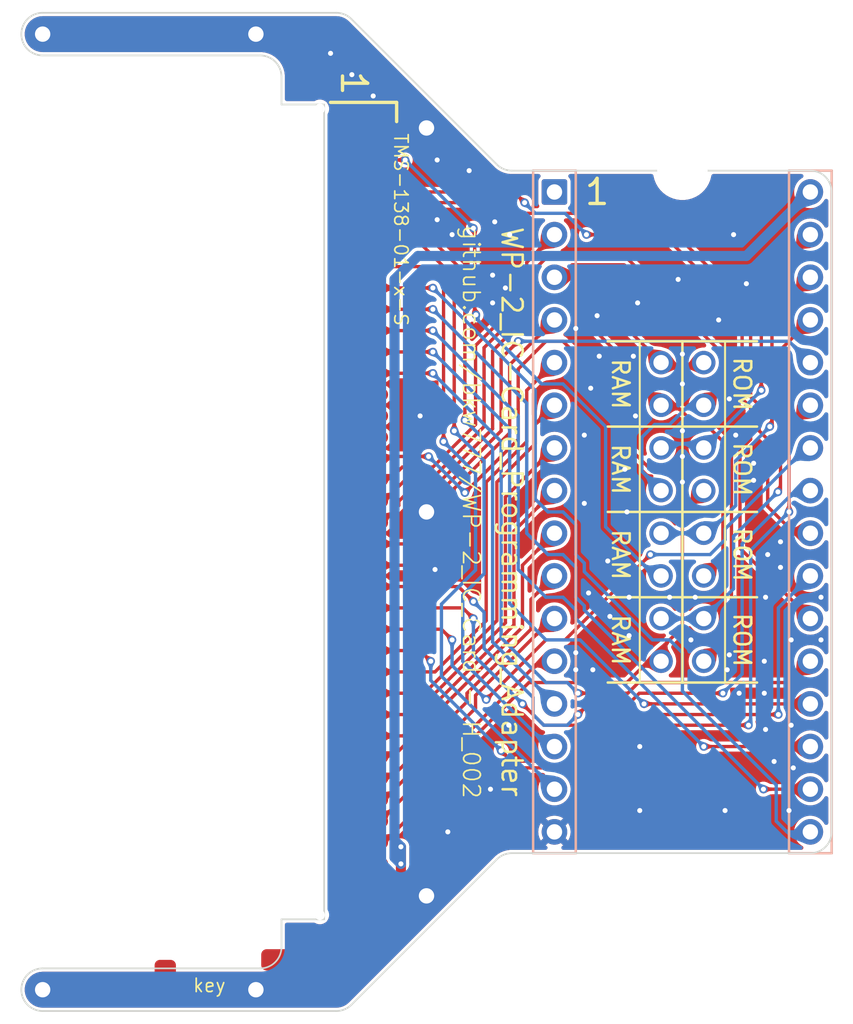
<source format=kicad_pcb>
(kicad_pcb (version 20240108) (generator "pcbnew") (generator_version "8.0")
  (title_block (title "WP-2_IC-Card_Programming_Adapter") (date "2025-05-10") (rev "H_002") (company "Brian K. White - b.kenyon.w@gmail.com") (comment 1 "github.com/bkw777/WP-2_IC_Card"))
  (layers (0 "F.Cu" signal) (31 "B.Cu" signal) (34 "B.Paste" user) (35 "F.Paste" user) (36 "B.SilkS" user "B.Silkscreen") (37 "F.SilkS" user "F.Silkscreen") (38 "B.Mask" user) (39 "F.Mask" user) (44 "Edge.Cuts" user))
  (net 0 "")
  (net 1 "GND")
  (net 2 "/~{OE}")
  (net 3 "/D0")
  (net 4 "/D1")
  (net 5 "/D2")
  (net 6 "/D3")
  (net 7 "/D4")
  (net 8 "/D5")
  (net 9 "/D6")
  (net 10 "/D7")
  (net 11 "/A17")
  (net 12 "/A16")
  (net 13 "/A15")
  (net 14 "/A14")
  (net 15 "/A13")
  (net 16 "/A12")
  (net 17 "/A11")
  (net 18 "/A10")
  (net 19 "/A9")
  (net 20 "/A8")
  (net 21 "/A7")
  (net 22 "/A6")
  (net 23 "/A5")
  (net 24 "/A4")
  (net 25 "/A3")
  (net 26 "/A2")
  (net 27 "/A1")
  (net 28 "/A0")
  (net 29 "/R~{W}")
  (net 30 "/~{CE1}")
  (net 31 "/CE2")
  (net 32 "VCC")
  (net 33 "/A15_A14")
  (net 34 "/A14_~{WE}")
  (net 35 "/A17_CE2")
  (net 36 "/~{WE}_A15")
  (net 37 "/S3")
  (net 38 "/S1")
  (net 39 "/BCHK")
  (net 40 "/~{DET}")
  (net 41 "/T2")
  (net 42 "/S2")
  (footprint "000_LOCAL:2x16x600" (layer "F.Cu") (at 139.686 99.695)
    (property "Reference" "J2" (hide yes))
    (property "Value" "SST39SF020_DIP")
  )
  (footprint "000_LOCAL:2x8_jumper_block" (layer "F.Cu") (at 138.416 90.805)
    (property "Reference" "J3" (hide yes))
    (property "Value" "Conn_02x08_Odd_Even")
  )
  (footprint "000_LOCAL:npth_0.6mm" (layer "F.Cu") (at 118.096 75.692)
    (property "Reference" "REF**" (hide yes))
    (property "Value" "npth_0.6mm" (hide yes))
  )
  (footprint "000_LOCAL:TMS-138-01-x-x_pcb_edge" (layer "F.Cu") (at 118.35 99.695)
    (property "Reference" "J1" (hide yes))
    (property "Value" "TMS-138-01-x-S")
  )
  (footprint "000_LOCAL:pth_36mil" (layer "F.Cu") (at 114.286 128.143)
    (property "Reference" "REF**" (hide yes))
    (property "Value" "pth_36mil" (hide yes))
  )
  (footprint "000_LOCAL:WP-2_IC-Card_programming_adapter_horizontal_housing" (layer "F.Cu") (at 114.286 99.695)
    (property "Reference" "REF**" (hide yes))
    (property "Value" "WP-2_IC_Card_programming_adapter_horizontal_housing")
  )
  (footprint "000_LOCAL:npth_0.6mm" (layer "F.Cu") (at 118.096 123.698 -90)
    (property "Reference" "REF**" (hide yes))
    (property "Value" "npth_0.6mm" (hide yes))
  )
  (footprint "000_LOCAL:pth_36mil" (layer "F.Cu") (at 114.286 71.247)
    (property "Reference" "REF**" (hide yes))
    (property "Value" "pth_36mil" (hide yes))
  )
  (footprint "000_LOCAL:pth_36mil" (layer "F.Cu") (at 124.446 122.555)
    (property "Reference" "REF**" (hide yes))
    (property "Value" "pth_36mil" (hide yes))
  )
  (footprint "000_LOCAL:polarity_key" (layer "F.Cu") (at 108.8885 127.635)
    (property "Reference" "key")
    (property "Value" "polarity_key")
  )
  (footprint "000_LOCAL:pth_36mil" (layer "F.Cu") (at 101.586 128.143)
    (property "Reference" "REF**" (hide yes))
    (property "Value" "pth_36mil" (hide yes))
  )
  (footprint "000_LOCAL:pth_36mil" (layer "F.Cu") (at 101.586 71.247)
    (property "Reference" "REF**" (hide yes))
    (property "Value" "pth_36mil" (hide yes))
  )
  (footprint "000_LOCAL:npth_3mm" (layer "F.Cu") (at 139.686 79.375)
    (property "Reference" "REF**" (hide yes))
    (property "Value" "npth_3mm" (hide yes))
  )
  (footprint "000_LOCAL:pth_36mil" (layer "F.Cu") (at 124.446 99.695)
    (property "Reference" "REF**" (hide yes))
    (property "Value" "pth_36mil" (hide yes))
  )
  (footprint "000_LOCAL:pth_36mil" (layer "F.Cu") (at 124.446 76.835)
    (property "Reference" "REF**" (hide yes))
    (property "Value" "pth_36mil" (hide yes))
  )
  (gr_line (start 130.796 79.375) (end 133.336 79.375) (stroke (width 0.15)) (layer "B.SilkS"))
  (gr_line (start 146.036 79.375) (end 148.576 79.375) (stroke (width 0.15)) (layer "B.SilkS"))
  (gr_line (start 148.576 79.375) (end 148.576 120.015) (stroke (width 0.15)) (layer "B.SilkS"))
  (gr_line (start 130.796 120.015001) (end 130.796 79.375001) (stroke (width 0.15)) (layer "B.SilkS"))
  (gr_line (start 133.336 79.375) (end 133.336 120.015) (stroke (width 0.15)) (layer "B.SilkS"))
  (gr_line (start 146.036 120.015) (end 146.036 79.375) (stroke (width 0.15)) (layer "B.SilkS"))
  (gr_line (start 133.336 120.015) (end 130.796 120.015) (stroke (width 0.15)) (layer "B.SilkS"))
  (gr_line (start 148.576 120.015) (end 146.036 120.015) (stroke (width 0.15)) (layer "B.SilkS"))
  (gr_line (start 144.131 109.855) (end 135.241 109.855) (stroke (width 0.15)) (layer "F.SilkS"))
  (gr_line (start 144.131 104.775) (end 135.241 104.775) (stroke (width 0.15)) (layer "F.SilkS"))
  (gr_line (start 144.131 99.695) (end 135.241 99.695) (stroke (width 0.15)) (layer "F.SilkS"))
  (gr_line (start 144.131 94.615) (end 135.241 94.615) (stroke (width 0.15)) (layer "F.SilkS"))
  (gr_line (start 144.131 89.535) (end 135.241 89.535) (stroke (width 0.15)) (layer "F.SilkS"))
  (gr_line (start 139.686 89.535) (end 139.686 109.855) (stroke (width 0.15)) (layer "F.SilkS"))
  (gr_line (start 129.526 79.375001) (end 147.306 79.375001) (stroke (width 0.1)) (layer "Edge.Cuts"))
  (gr_arc (start 114.54 72.516999) (mid 115.438026 72.888974) (end 115.810001 73.787) (stroke (width 0.1)) (layer "Edge.Cuts"))
  (gr_arc (start 101.586 72.517) (mid 100.316 71.247) (end 101.586 69.977) (stroke (width 0.1)) (layer "Edge.Cuts"))
  (gr_line (start 114.54 126.873) (end 101.586 126.873) (stroke (width 0.1)) (layer "Edge.Cuts"))
  (gr_arc (start 147.306 79.374999) (mid 148.204026 79.746974) (end 148.576001 80.645) (stroke (width 0.1)) (layer "Edge.Cuts"))
  (gr_line (start 148.576001 118.745) (end 148.576001 80.645) (stroke (width 0.1)) (layer "Edge.Cuts"))
  (gr_line (start 115.81 125.603) (end 115.81 123.952) (stroke (width 0.1)) (layer "Edge.Cuts"))
  (gr_line (start 119.0759 69.977) (end 101.586 69.977) (stroke (width 0.1)) (layer "Edge.Cuts"))
  (gr_line (start 114.54 72.517) (end 101.586 72.517) (stroke (width 0.1)) (layer "Edge.Cuts"))
  (gr_line (start 119.0759 129.412997) (end 101.586 129.412997) (stroke (width 0.1)) (layer "Edge.Cuts"))
  (gr_arc (start 119.0759 69.977) (mid 119.561908 70.073673) (end 119.973926 70.348975) (stroke (width 0.1)) (layer "Edge.Cuts"))
  (gr_line (start 128.627974 79.003023) (end 119.973926 70.348975) (stroke (width 0.1)) (layer "Edge.Cuts"))
  (gr_line (start 118.35 123.952) (end 118.35 75.438) (stroke (width 0.1)) (layer "Edge.Cuts"))
  (gr_line (start 129.526 120.014999) (end 147.306 120.014999) (stroke (width 0.1)) (layer "Edge.Cuts"))
  (gr_arc (start 148.576001 118.745) (mid 148.204026 119.643026) (end 147.306 120.015001) (stroke (width 0.1)) (layer "Edge.Cuts"))
  (gr_arc (start 128.627974 120.386974) (mid 129.039992 120.111672) (end 129.526 120.014999) (stroke (width 0.1)) (layer "Edge.Cuts"))
  (gr_line (start 128.627974 120.386974) (end 119.973926 129.041022) (stroke (width 0.1)) (layer "Edge.Cuts"))
  (gr_arc (start 119.973926 129.041022) (mid 119.561908 129.316324) (end 119.0759 129.412997) (stroke (width 0.1)) (layer "Edge.Cuts"))
  (gr_arc (start 115.81 125.603) (mid 115.438026 126.501026) (end 114.54 126.873) (stroke (width 0.1)) (layer "Edge.Cuts"))
  (gr_arc (start 101.586 129.413) (mid 100.316 128.143) (end 101.586 126.873) (stroke (width 0.1)) (layer "Edge.Cuts"))
  (gr_line (start 115.81 123.952) (end 118.35 123.952) (stroke (width 0.1)) (layer "Edge.Cuts"))
  (gr_line (start 118.35 75.438) (end 115.81 75.438) (stroke (width 0.1)) (layer "Edge.Cuts"))
  (gr_line (start 115.81 75.438) (end 115.81 73.787) (stroke (width 0.1)) (layer "Edge.Cuts"))
  (gr_arc (start 129.526 79.374998) (mid 129.039992 79.278325) (end 128.627974 79.003023) (stroke (width 0.1)) (layer "Edge.Cuts"))
  (gr_text "${TITLE}" (at 129.526 99.695 270) (layer "F.SilkS") (effects (font (size 1.2 1.2))))
  (gr_text "RAM" (at 136.003 107.315 -90) (layer "F.SilkS") (effects (font (size 1 1))))
  (gr_text "RAM" (at 136.003 102.235 -90) (layer "F.SilkS") (effects (font (size 1 1))))
  (gr_text "RAM" (at 136.003 97.155 -90) (layer "F.SilkS") (effects (font (size 1 1))))
  (gr_text "RAM" (at 136.003 92.075 -90) (layer "F.SilkS") (effects (font (size 1 1))))
  (gr_text "ROM" (at 143.242 107.315 -90) (layer "F.SilkS") (effects (font (size 1 1))))
  (gr_text "ROM" (at 143.242 102.235 -90) (layer "F.SilkS") (effects (font (size 1 1))))
  (gr_text "1" (at 134.606 80.645 0) (layer "F.SilkS") (effects (font (size 1.5 1.5) (thickness 0.2))))
  (gr_text "1" (at 120.128 74.168 -90) (layer "F.SilkS") (effects (font (size 1.5 1.5) (thickness 0.2))))
  (gr_text "${COMMENT1} - ${REVISION}" (at 127.113 99.695 -90) (layer "F.SilkS") (effects (font (size 1 1) (thickness 0.1))))
  (gr_text "ROM" (at 143.242 97.155 -90) (layer "F.SilkS") (effects (font (size 1 1))))
  (gr_text "ROM" (at 143.242 92.075 -90) (layer "F.SilkS") (effects (font (size 1 1))))
  (via (at 143.0642 110.49) (size 0.5) (drill 0.3) (layers "F.Cu" "B.Cu") (net 1))
  (via (at 146.29 114.935) (size 0.5) (drill 0.3) (layers "F.Cu" "B.Cu") (net 1))
  (via (at 136.257 97.155) (size 0.5) (drill 0.3) (layers "F.Cu" "B.Cu") (net 1))
  (via (at 145.147 114.554) (size 0.5) (drill 0.3) (layers "F.Cu" "B.Cu") (net 1))
  (via (at 144.639 112.649) (size 0.5) (drill 0.3) (layers "F.Cu" "B.Cu") (net 1))
  (via (at 118.731 72.39) (size 0.5) (drill 0.3) (layers "F.Cu" "B.Cu") (net 1))
  (via (at 129.399 83.185) (size 0.5) (drill 0.3) (layers "F.Cu" "B.Cu") (net 1))
  (via (at 129.3482 112.395) (size 0.5) (drill 0.3) (layers "F.Cu" "B.Cu") (net 1))
  (via (at 139.686 94.869) (size 0.5) (drill 0.3) (layers "F.Cu" "B.Cu") (net 1))
  (via (at 146.163 112.395) (size 0.5) (drill 0.3) (layers "F.Cu" "B.Cu") (net 1))
  (via (at 144.5628 110.49) (size 0.5) (drill 0.3) (layers "F.Cu" "B.Cu") (net 1))
  (via (at 138.924 104.775) (size 0.5) (drill 0.3) (layers "F.Cu" "B.Cu") (net 1))
  (via (at 139.686 90.297) (size 0.5) (drill 0.3) (layers "F.Cu" "B.Cu") (net 1))
  (via (at 120.001 73.66) (size 0.5) (drill 0.3) (layers "F.Cu" "B.Cu") (net 1))
  (via (at 134.606 88.011) (size 0.5) (drill 0.3) (layers "F.Cu" "B.Cu") (net 1))
  (via (at 142.734 83.185) (size 0.5) (drill 0.3) (layers "F.Cu" "B.Cu") (net 1))
  (via (at 146.163 107.315) (size 0.5) (drill 0.3) (layers "F.Cu" "B.Cu") (net 1))
  (via (at 134.733 90.424) (size 0.5) (drill 0.3) (layers "F.Cu" "B.Cu") (net 1))
  (via (at 133.844 99.187) (size 0.5) (drill 0.3) (layers "F.Cu" "B.Cu") (net 1))
  (via (at 137.146 117.475) (size 0.5) (drill 0.3) (layers "F.Cu" "B.Cu") (net 1))
  (via (at 129.145 86.36) (size 0.5) (drill 0.3) (layers "F.Cu" "B.Cu") (net 1))
  (via (at 144.766 102.235) (size 0.5) (drill 0.3) (layers "F.Cu" "B.Cu") (net 1))
  (via (at 136.892 93.98) (size 0.5) (drill 0.3) (layers "F.Cu" "B.Cu") (net 1))
  (via (at 143.9278 96.7994) (size 0.5) (drill 0.3) (layers "F.Cu" "B.Cu") (net 1))
  (via (at 136.384 99.695) (size 0.5) (drill 0.3) (layers "F.Cu" "B.Cu") (net 1))
  (via (at 135.241 102.616) (size 0.5) (drill 0.3) (layers "F.Cu" "B.Cu") (net 1))
  (via (at 142.861 95.123) (size 0.5) (drill 0.3) (layers "F.Cu" "B.Cu") (net 1))
  (via (at 135.368 105.918) (size 0.5) (drill 0.3) (layers "F.Cu" "B.Cu") (net 1))
  (via (at 133.336 108.077) (size 0.5) (drill 0.3) (layers "F.Cu" "B.Cu") (net 1))
  (via (at 121.271 74.93) (size 0.5) (drill 0.3) (layers "F.Cu" "B.Cu") (net 1))
  (via (at 145.528 102.997) (size 0.5) (drill 0.3) (layers "F.Cu" "B.Cu") (net 1))
  (via (at 147.941 104.775) (size 0.5) (drill 0.3) (layers "F.Cu" "B.Cu") (net 1))
  (via (at 137.019 87.249) (size 0.5) (drill 0.3) (layers "F.Cu" "B.Cu") (net 1))
  (via (at 142.48 92.964) (size 0.5) (drill 0.3) (layers "F.Cu" "B.Cu") (net 1))
  (via (at 128.51 82.423) (size 0.5) (drill 0.3) (layers "F.Cu" "B.Cu") (net 1))
  (via (at 140.448 104.775) (size 0.5) (drill 0.3) (layers "F.Cu" "B.Cu") (net 1))
  (via (at 139.686 97.917) (size 0.5) (drill 0.3) (layers "F.Cu" "B.Cu") (net 1))
  (via (at 143.9278 97.8154) (size 0.5) (drill 0.3) (layers "F.Cu" "B.Cu") (net 1))
  (via (at 134.225 92.329) (size 0.5) (drill 0.3) (layers "F.Cu" "B.Cu") (net 1))
  (via (at 142.48 108.204) (size 0.5) (drill 0.3) (layers "F.Cu" "B.Cu") (net 1))
  (via (at 125.716 118.745) (size 0.5) (drill 0.3) (layers "F.Cu" "B.Cu") (net 1))
  (via (at 125.081 82.296) (size 0.5) (drill 0.3) (layers "F.Cu" "B.Cu") (net 1))
  (via (at 145.528 101.473) (size 0.5) (drill 0.3) (layers "F.Cu" "B.Cu") (net 1))
  (via (at 125.081 78.74) (size 0.5) (drill 0.3) (layers "F.Cu" "B.Cu") (net 1))
  (via (at 136.511 107.061) (size 0.5) (drill 0.3) (layers "F.Cu" "B.Cu") (net 1))
  (via (at 128.383 87.249) (size 0.5) (drill 0.3) (layers "F.Cu" "B.Cu") (net 1))
  (via (at 144.639 104.775) (size 0.5) (drill 0.3) (layers "F.Cu" "B.Cu") (net 1))
  (via (at 139.686 92.075) (size 0.5) (drill 0.3) (layers "F.Cu" "B.Cu") (net 1))
  (via (at 124.065 93.98) (size 0.5) (drill 0.3) (layers "F.Cu" "B.Cu") (net 1))
  (via (at 133.336 88.773) (size 0.5) (drill 0.3) (layers "F.Cu" "B.Cu") (net 1))
  (via (at 144.5628 108.585) (size 0.5) (drill 0.3) (layers "F.Cu" "B.Cu") (net 1))
  (via (at 128.383 85.598) (size 0.5) (drill 0.3) (layers "F.Cu" "B.Cu") (net 1))
  (via (at 141.845 88.265) (size 0.5) (drill 0.3) (layers "F.Cu" "B.Cu") (net 1))
  (via (at 142.226 117.475) (size 0.5) (drill 0.3) (layers "F.Cu" "B.Cu") (net 1))
  (via (at 128.256 116.205) (size 0.5) (drill 0.3) (layers "F.Cu" "B.Cu") (net 1))
  (via (at 139.686 96.393) (size 0.5) (drill 0.3) (layers "F.Cu" "B.Cu") (net 1))
  (via (at 139.432 85.852) (size 0.5) (drill 0.3) (layers "F.Cu" "B.Cu") (net 1))
  (via (at 126.986 79.375) (size 0.5) (drill 0.3) (layers "F.Cu" "B.Cu") (net 1))
  (via (at 137.146 113.665) (size 0.5) (drill 0.3) (layers "F.Cu" "B.Cu") (net 1))
  (via (at 147.941 107.315) (size 0.5) (drill 0.3) (layers "F.Cu" "B.Cu") (net 1))
  (via (at 133.844 95.123) (size 0.5) (drill 0.3) (layers "F.Cu" "B.Cu") (net 1))
  (via (at 142.353 109.093) (size 0.5) (drill 0.3) (layers "F.Cu" "B.Cu") (net 1))
  (via (at 134.098 104.521) (size 0.5) (drill 0.3) (layers "F.Cu" "B.Cu") (net 1))
  (via (at 124.954 103.124) (size 0.5) (drill 0.3) (layers "F.Cu" "B.Cu") (net 1))
  (via (at 136.511 104.775) (size 0.5) (drill 0.3) (layers "F.Cu" "B.Cu") (net 1))
  (via (at 133.336 109.093) (size 0.5) (drill 0.3) (layers "F.Cu" "B.Cu") (net 1))
  (via (at 140.194 107.315) (size 0.5) (drill 0.3) (layers "F.Cu" "B.Cu") (net 1))
  (via (at 134.352 109.093) (size 0.5) (drill 0.3) (layers "F.Cu" "B.Cu") (net 1))
  (via (at 146.036 117.475) (size 0.5) (drill 0.3) (layers "F.Cu" "B.Cu") (net 1))
  (via (at 143.496 86.106) (size 0.5) (drill 0.3) (layers "F.Cu" "B.Cu") (net 1))
  (via (at 125.97 83.185) (size 0.5) (drill 0.3) (layers "F.Cu" "B.Cu") (net 1))
  (via (at 136.765 90.424) (size 0.5) (drill 0.3) (layers "F.Cu" "B.Cu") (net 1))
  (segment (start 120.382 81.28) (end 129.399 81.28) (width 0.2) (layer "F.Cu") (net 2))
  (segment (start 138.035 81.915) (end 143.75 87.63) (width 0.2) (layer "F.Cu") (net 2))
  (segment (start 144.258 94.869) (end 144.766 95.377) (width 0.2) (layer "F.Cu") (net 2))
  (segment (start 143.75 87.63) (end 143.75 92.837) (width 0.2) (layer "F.Cu") (net 2))
  (segment (start 144.766 99.3775) (end 146.3535 100.965) (width 0.2) (layer "F.Cu") (net 2))
  (segment (start 130.034 81.915) (end 138.035 81.915) (width 0.2) (layer "F.Cu") (net 2))
  (segment (start 144.258 93.345) (end 144.258 94.869) (width 0.2) (layer "F.Cu") (net 2))
  (segment (start 129.399 81.28) (end 130.034 81.915) (width 0.2) (layer "F.Cu") (net 2))
  (segment (start 146.3535 100.965) (end 147.306 100.965) (width 0.2) (layer "F.Cu") (net 2))
  (segment (start 144.766 95.377) (end 144.766 99.3775) (width 0.2) (layer "F.Cu") (net 2))
  (segment (start 143.75 92.837) (end 144.258 93.345) (width 0.2) (layer "F.Cu") (net 2))
  (segment (start 126.732 85.471) (end 123.811 82.55) (width 0.2) (layer "F.Cu") (net 3))
  (segment (start 123.811 82.55) (end 120.382 82.55) (width 0.2) (layer "F.Cu") (net 3))
  (segment (start 126.732 94.234) (end 126.732 85.471) (width 0.2) (layer "F.Cu") (net 3))
  (via (at 126.732 94.234) (size 0.5) (drill 0.3) (layers "F.Cu" "B.Cu") (net 3))
  (segment (start 128.383 95.885) (end 128.383 107.442) (width 0.2) (layer "B.Cu") (net 3))
  (segment (start 128.383 107.442) (end 132.066 111.125) (width 0.2) (layer "B.Cu") (net 3))
  (segment (start 126.732 94.234) (end 128.383 95.885) (width 0.2) (layer "B.Cu") (net 3))
  (segment (start 126.097 94.869) (end 126.097 85.725) (width 0.2) (layer "F.Cu") (net 4))
  (segment (start 124.192 83.82) (end 120.382 83.82) (width 0.2) (layer "F.Cu") (net 4))
  (segment (start 126.097 85.725) (end 124.192 83.82) (width 0.2) (layer "F.Cu") (net 4))
  (via (at 126.097 94.869) (size 0.5) (drill 0.3) (layers "F.Cu" "B.Cu") (net 4))
  (segment (start 126.605 104.648) (end 126.605 108.585) (width 0.2) (layer "B.Cu") (net 4))
  (segment (start 126.605 108.585) (end 131.685 113.665) (width 0.2) (layer "B.Cu") (net 4))
  (segment (start 126.097 94.869) (end 127.875 96.647) (width 0.2) (layer "B.Cu") (net 4))
  (segment (start 131.685 113.665) (end 132.066 113.665) (width 0.2) (layer "B.Cu") (net 4))
  (segment (start 127.875 103.378) (end 126.605 104.648) (width 0.2) (layer "B.Cu") (net 4))
  (segment (start 127.875 96.647) (end 127.875 103.378) (width 0.2) (layer "B.Cu") (net 4))
  (segment (start 125.462 95.504) (end 125.462 85.979) (width 0.2) (layer "F.Cu") (net 5))
  (segment (start 125.462 85.979) (end 124.573 85.09) (width 0.2) (layer "F.Cu") (net 5))
  (segment (start 124.573 85.09) (end 120.382 85.09) (width 0.2) (layer "F.Cu") (net 5))
  (via (at 125.462 95.504) (size 0.5) (drill 0.3) (layers "F.Cu" "B.Cu") (net 5))
  (segment (start 127.367 103.15575) (end 125.335 105.18775) (width 0.2) (layer "B.Cu") (net 5))
  (segment (start 125.335 109.474) (end 132.066 116.205) (width 0.2) (layer "B.Cu") (net 5))
  (segment (start 125.335 105.18775) (end 125.335 109.474) (width 0.2) (layer "B.Cu") (net 5))
  (segment (start 127.367 97.409) (end 127.367 103.15575) (width 0.2) (layer "B.Cu") (net 5))
  (segment (start 125.462 95.504) (end 127.367 97.409) (width 0.2) (layer "B.Cu") (net 5))
  (segment (start 120.382 86.36) (end 124.827 86.36) (width 0.2) (layer "F.Cu") (net 6))
  (via (at 124.827 86.36) (size 0.5) (drill 0.3) (layers "F.Cu" "B.Cu") (net 6))
  (segment (start 133.336 100.457) (end 133.336 102.235) (width 0.2) (layer "B.Cu") (net 6))
  (segment (start 145.274 118.11) (end 145.909 118.745) (width 0.2) (layer "B.Cu") (net 6))
  (segment (start 132.574 99.695) (end 133.336 100.457) (width 0.2) (layer "B.Cu") (net 6))
  (segment (start 130.923 92.456) (end 130.923 98.933) (width 0.2) (layer "B.Cu") (net 6))
  (segment (start 139.686 110.363) (end 145.274 115.951) (width 0.2) (layer "B.Cu") (net 6))
  (segment (start 124.827 86.36) (end 130.923 92.456) (width 0.2) (layer "B.Cu") (net 6))
  (segment (start 130.923 98.933) (end 131.685 99.695) (width 0.2) (layer "B.Cu") (net 6))
  (segment (start 133.336 102.235) (end 133.844 102.743) (width 0.2) (layer "B.Cu") (net 6))
  (segment (start 137.908 107.315) (end 138.924 107.315) (width 0.2) (layer "B.Cu") (net 6))
  (segment (start 145.274 115.951) (end 145.274 118.11) (width 0.2) (layer "B.Cu") (net 6))
  (segment (start 133.844 102.743) (end 133.844 103.251) (width 0.2) (layer "B.Cu") (net 6))
  (segment (start 138.924 107.315) (end 139.686 108.077) (width 0.2) (layer "B.Cu") (net 6))
  (segment (start 131.685 99.695) (end 132.574 99.695) (width 0.2) (layer "B.Cu") (net 6))
  (segment (start 139.686 108.077) (end 139.686 110.363) (width 0.2) (layer "B.Cu") (net 6))
  (segment (start 145.909 118.745) (end 147.306 118.745) (width 0.2) (layer "B.Cu") (net 6))
  (segment (start 133.844 103.251) (end 137.908 107.315) (width 0.2) (layer "B.Cu") (net 6))
  (segment (start 147.306 116.205) (end 144.512 116.205) (width 0.2) (layer "F.Cu") (net 7))
  (segment (start 120.382 87.63) (end 124.827 87.63) (width 0.2) (layer "F.Cu") (net 7))
  (via (at 144.512 116.205) (size 0.5) (drill 0.3) (layers "F.Cu" "B.Cu") (net 7))
  (via (at 124.827 87.63) (size 0.5) (drill 0.3) (layers "F.Cu" "B.Cu") (net 7))
  (segment (start 131.685 102.235) (end 132.574 102.235) (width 0.2) (layer "B.Cu") (net 7))
  (segment (start 133.336 104.775) (end 133.844 105.283) (width 0.2) (layer "B.Cu") (net 7))
  (segment (start 133.844 105.537) (end 144.512 116.205) (width 0.2) (layer "B.Cu") (net 7))
  (segment (start 132.574 102.235) (end 133.336 102.997) (width 0.2) (layer "B.Cu") (net 7))
  (segment (start 133.844 105.283) (end 133.844 105.537) (width 0.2) (layer "B.Cu") (net 7))
  (segment (start 130.415 93.218) (end 130.415 100.965) (width 0.2) (layer "B.Cu") (net 7))
  (segment (start 133.336 102.997) (end 133.336 104.775) (width 0.2) (layer "B.Cu") (net 7))
  (segment (start 130.415 100.965) (end 131.685 102.235) (width 0.2) (layer "B.Cu") (net 7))
  (segment (start 124.827 87.63) (end 130.415 93.218) (width 0.2) (layer "B.Cu") (net 7))
  (segment (start 147.306 113.665) (end 140.956 113.665) (width 0.2) (layer "F.Cu") (net 8))
  (segment (start 120.382 88.9) (end 124.827 88.9) (width 0.2) (layer "F.Cu") (net 8))
  (via (at 124.827 88.9) (size 0.5) (drill 0.3) (layers "F.Cu" "B.Cu") (net 8))
  (via (at 140.956 113.665) (size 0.5) (drill 0.3) (layers "F.Cu" "B.Cu") (net 8))
  (segment (start 131.558 104.775) (end 132.574 104.775) (width 0.2) (layer "B.Cu") (net 8))
  (segment (start 129.907 103.124) (end 131.558 104.775) (width 0.2) (layer "B.Cu") (net 8))
  (segment (start 129.907 93.98) (end 129.907 103.124) (width 0.2) (layer "B.Cu") (net 8))
  (segment (start 133.336 105.537) (end 133.336 106.045) (width 0.2) (layer "B.Cu") (net 8))
  (segment (start 124.827 88.9) (end 129.907 93.98) (width 0.2) (layer "B.Cu") (net 8))
  (segment (start 133.336 106.045) (end 140.956 113.665) (width 0.2) (layer "B.Cu") (net 8))
  (segment (start 132.574 104.775) (end 133.336 105.537) (width 0.2) (layer "B.Cu") (net 8))
  (segment (start 120.382 90.17) (end 124.827 90.17) (width 0.2) (layer "F.Cu") (net 9))
  (segment (start 137.4 111.125) (end 147.306 111.125) (width 0.2) (layer "F.Cu") (net 9))
  (via (at 137.4 111.125) (size 0.5) (drill 0.3) (layers "F.Cu" "B.Cu") (net 9))
  (via (at 124.827 90.17) (size 0.5) (drill 0.3) (layers "F.Cu" "B.Cu") (net 9))
  (segment (start 124.827 90.17) (end 129.399 94.742) (width 0.2) (layer "B.Cu") (net 9))
  (segment (start 129.399 105.156) (end 131.558 107.315) (width 0.2) (layer "B.Cu") (net 9))
  (segment (start 129.399 94.742) (end 129.399 105.156) (width 0.2) (layer "B.Cu") (net 9))
  (segment (start 131.558 107.315) (end 133.59 107.315) (width 0.2) (layer "B.Cu") (net 9))
  (segment (start 133.59 107.315) (end 137.4 111.125) (width 0.2) (layer "B.Cu") (net 9))
  (segment (start 136.4348 110.49) (end 137.0698 109.855) (width 0.2) (layer "F.Cu") (net 10))
  (segment (start 120.382 91.44) (end 124.827 91.44) (width 0.2) (layer "F.Cu") (net 10))
  (segment (start 137.0698 109.855) (end 146.036 109.855) (width 0.2) (layer "F.Cu") (net 10))
  (segment (start 146.036 109.855) (end 147.306 108.585) (width 0.2) (layer "F.Cu") (net 10))
  (segment (start 133.463 110.49) (end 136.4348 110.49) (width 0.2) (layer "F.Cu") (net 10))
  (via (at 124.827 91.44) (size 0.5) (drill 0.3) (layers "F.Cu" "B.Cu") (net 10))
  (via (at 133.463 110.49) (size 0.5) (drill 0.3) (layers "F.Cu" "B.Cu") (net 10))
  (segment (start 131.558 109.855) (end 128.891 107.188) (width 0.2) (layer "B.Cu") (net 10))
  (segment (start 128.891 107.188) (end 128.891 95.504) (width 0.2) (layer "B.Cu") (net 10))
  (segment (start 128.891 95.504) (end 124.827 91.44) (width 0.2) (layer "B.Cu") (net 10))
  (segment (start 133.463 110.49) (end 132.828 109.855) (width 0.2) (layer "B.Cu") (net 10))
  (segment (start 132.828 109.855) (end 131.558 109.855) (width 0.2) (layer "B.Cu") (net 10))
  (segment (start 120.509 96.393) (end 120.382 96.52) (width 0.2) (layer "F.Cu") (net 11))
  (segment (start 137.781 97.155) (end 141.21 97.155) (width 0.2) (layer "F.Cu") (net 11))
  (segment (start 142.099 102.362) (end 140.956 103.505) (width 0.2) (layer "F.Cu") (net 11))
  (segment (start 135.876 95.25) (end 137.781 97.155) (width 0.2) (layer "F.Cu") (net 11))
  (segment (start 129.907 95.377) (end 129.907 91.186) (width 0.2) (layer "F.Cu") (net 11))
  (segment (start 124.573 96.393) (end 120.509 96.393) (width 0.2) (layer "F.Cu") (net 11))
  (segment (start 142.099 98.044) (end 142.099 102.362) (width 0.2) (layer "F.Cu") (net 11))
  (segment (start 135.876 92.837) (end 135.876 95.25) (width 0.2) (layer "F.Cu") (net 11))
  (segment (start 141.21 97.155) (end 142.099 98.044) (width 0.2) (layer "F.Cu") (net 11))
  (segment (start 132.574 89.535) (end 135.876 92.837) (width 0.2) (layer "F.Cu") (net 11))
  (segment (start 131.558 89.535) (end 132.574 89.535) (width 0.2) (layer "F.Cu") (net 11))
  (segment (start 129.907 91.186) (end 131.558 89.535) (width 0.2) (layer "F.Cu") (net 11))
  (segment (start 126.732 98.552) (end 129.907 95.377) (width 0.2) (layer "F.Cu") (net 11))
  (via (at 126.732 98.552) (size 0.5) (drill 0.3) (layers "F.Cu" "B.Cu") (net 11))
  (via (at 124.573 96.393) (size 0.5) (drill 0.3) (layers "F.Cu" "B.Cu") (net 11))
  (segment (start 124.573 96.393) (end 126.732 98.552) (width 0.2) (layer "B.Cu") (net 11))
  (segment (start 124.827 97.028) (end 127.367 94.488) (width 0.2) (layer "F.Cu") (net 12))
  (segment (start 130.415 86.741) (end 130.415 84.836) (width 0.2) (layer "F.Cu") (net 12))
  (segment (start 122.493375 97.536) (end 123.001375 97.028) (width 0.2) (layer "F.Cu") (net 12))
  (segment (start 120.382 97.79) (end 120.636 97.536) (width 0.2) (layer "F.Cu") (net 12))
  (segment (start 123.001375 97.028) (end 124.827 97.028) (width 0.2) (layer "F.Cu") (net 12))
  (segment (start 130.415 84.836) (end 132.066 83.185) (width 0.2) (layer "F.Cu") (net 12))
  (segment (start 127.367 94.488) (end 127.367 89.789) (width 0.2) (layer "F.Cu") (net 12))
  (segment (start 120.636 97.536) (end 122.493375 97.536) (width 0.2) (layer "F.Cu") (net 12))
  (segment (start 127.367 89.789) (end 130.415 86.741) (width 0.2) (layer "F.Cu") (net 12))
  (segment (start 131.558 84.582) (end 130.923 85.217) (width 0.2) (layer "F.Cu") (net 13))
  (segment (start 130.923 85.217) (end 130.923 86.868) (width 0.2) (layer "F.Cu") (net 13))
  (segment (start 142.099 92.202) (end 142.099 90.297) (width 0.2) (layer "F.Cu") (net 13))
  (segment (start 127.875 89.916) (end 127.875 94.615) (width 0.2) (layer "F.Cu") (net 13))
  (segment (start 127.875 94.615) (end 124.827 97.663) (width 0.2) (layer "F.Cu") (net 13))
  (segment (start 136.384 84.582) (end 131.558 84.582) (width 0.2) (layer "F.Cu") (net 13))
  (segment (start 120.636 98.806) (end 120.382 99.06) (width 0.2) (layer "F.Cu") (net 13))
  (segment (start 142.099 90.297) (end 136.384 84.582) (width 0.2) (layer "F.Cu") (net 13))
  (segment (start 124.827 97.663) (end 123.303 97.663) (width 0.2) (layer "F.Cu") (net 13))
  (segment (start 130.923 86.868) (end 127.875 89.916) (width 0.2) (layer "F.Cu") (net 13))
  (segment (start 122.16 98.806) (end 120.636 98.806) (width 0.2) (layer "F.Cu") (net 13))
  (segment (start 140.956 93.345) (end 142.099 92.202) (width 0.2) (layer "F.Cu") (net 13))
  (segment (start 123.303 97.663) (end 122.16 98.806) (width 0.2) (layer "F.Cu") (net 13))
  (segment (start 138.035 94.488) (end 138.924 94.488) (width 0.2) (layer "B.Cu") (net 13))
  (segment (start 138.416 98.425) (end 137.273 97.282) (width 0.2) (layer "B.Cu") (net 13))
  (segment (start 140.067 93.345) (end 140.956 93.345) (width 0.2) (layer "B.Cu") (net 13))
  (segment (start 138.924 94.488) (end 140.067 93.345) (width 0.2) (layer "B.Cu") (net 13))
  (segment (start 137.273 97.282) (end 137.273 95.25) (width 0.2) (layer "B.Cu") (net 13))
  (segment (start 137.273 95.25) (end 138.035 94.488) (width 0.2) (layer "B.Cu") (net 13))
  (segment (start 124.827 98.298) (end 128.383 94.742) (width 0.2) (layer "F.Cu") (net 14))
  (segment (start 140.448 94.488) (end 141.083 94.488) (width 0.2) (layer "F.Cu") (net 14))
  (segment (start 142.607 96.012) (end 142.607 106.934) (width 0.2) (layer "F.Cu") (net 14))
  (segment (start 135.876 90.805) (end 138.416 93.345) (width 0.2) (layer "F.Cu") (net 14))
  (segment (start 122.795 99.06) (end 123.557 98.298) (width 0.2) (layer "F.Cu") (net 14))
  (segment (start 142.607 106.934) (end 140.956 108.585) (width 0.2) (layer "F.Cu") (net 14))
  (segment (start 138.416 93.345) (end 139.305 93.345) (width 0.2) (layer "F.Cu") (net 14))
  (segment (start 128.383 94.742) (end 128.383 90.1065) (width 0.2) (layer "F.Cu") (net 14))
  (segment (start 141.083 94.488) (end 142.607 96.012) (width 0.2) (layer "F.Cu") (net 14))
  (segment (start 131.4945 86.995) (end 132.574 86.995) (width 0.2) (layer "F.Cu") (net 14))
  (segment (start 121.779 100.33) (end 122.795 99.314) (width 0.2) (layer "F.Cu") (net 14))
  (segment (start 128.383 90.1065) (end 131.4945 86.995) (width 0.2) (layer "F.Cu") (net 14))
  (segment (start 132.574 86.995) (end 135.876 90.297) (width 0.2) (layer "F.Cu") (net 14))
  (segment (start 135.876 90.297) (end 135.876 90.805) (width 0.2) (layer "F.Cu") (net 14))
  (segment (start 139.305 93.345) (end 140.448 94.488) (width 0.2) (layer "F.Cu") (net 14))
  (segment (start 120.382 100.33) (end 121.779 100.33) (width 0.2) (layer "F.Cu") (net 14))
  (segment (start 123.557 98.298) (end 124.827 98.298) (width 0.2) (layer "F.Cu") (net 14))
  (segment (start 122.795 99.314) (end 122.795 99.06) (width 0.2) (layer "F.Cu") (net 14))
  (segment (start 124.319 101.6) (end 120.382 101.6) (width 0.2) (layer "F.Cu") (net 15))
  (segment (start 128.891 94.869) (end 125.589 98.171) (width 0.2) (layer "F.Cu") (net 15))
  (segment (start 125.589 98.171) (end 125.589 100.33) (width 0.2) (layer "F.Cu") (net 15))
  (segment (start 128.891 90.551) (end 128.891 94.869) (width 0.2) (layer "F.Cu") (net 15))
  (segment (start 125.589 100.33) (end 124.319 101.6) (width 0.2) (layer "F.Cu") (net 15))
  (segment (start 129.907 89.535) (end 128.891 90.551) (width 0.2) (layer "F.Cu") (net 15))
  (via (at 129.907 89.535) (size 0.5) (drill 0.3) (layers "F.Cu" "B.Cu") (net 15))
  (segment (start 129.907 89.535) (end 146.036 89.535) (width 0.2) (layer "B.Cu") (net 15))
  (segment (start 146.036 89.535) (end 147.306 90.805) (width 0.2) (layer "B.Cu") (net 15))
  (segment (start 123.811 102.87) (end 126.097 100.584) (width 0.2) (layer "F.Cu") (net 16))
  (segment (start 126.097 98.298) (end 129.399 94.996) (width 0.2) (layer "F.Cu") (net 16))
  (segment (start 126.097 100.584) (end 126.097 98.298) (width 0.2) (layer "F.Cu") (net 16))
  (segment (start 120.382 102.87) (end 123.811 102.87) (width 0.2) (layer "F.Cu") (net 16))
  (segment (start 129.399 90.932) (end 132.066 88.265) (width 0.2) (layer "F.Cu") (net 16))
  (segment (start 129.399 94.996) (end 129.399 90.932) (width 0.2) (layer "F.Cu") (net 16))
  (segment (start 127.24 105.029) (end 126.351 104.14) (width 0.2) (layer "F.Cu") (net 17))
  (segment (start 126.351 104.14) (end 120.382001 104.14) (width 0.2) (layer "F.Cu") (net 17))
  (segment (start 133.463 111.76) (end 134.098 111.125) (width 0.2) (layer "F.Cu") (net 17))
  (segment (start 137.1206 110.49) (end 142.099 110.49) (width 0.2) (layer "F.Cu") (net 17))
  (segment (start 120.382001 104.14) (end 120.382 104.139999) (width 0.2) (layer "F.Cu") (net 17))
  (segment (start 134.098 111.125) (end 136.4856 111.125) (width 0.2) (layer "F.Cu") (net 17))
  (segment (start 136.4856 111.125) (end 137.1206 110.49) (width 0.2) (layer "F.Cu") (net 17))
  (via (at 142.099 110.49) (size 0.5) (drill 0.3) (layers "F.Cu" "B.Cu") (net 17))
  (via (at 133.463 111.76) (size 0.5) (drill 0.3) (layers "F.Cu" "B.Cu") (net 17))
  (via (at 127.24 105.029) (size 0.5) (drill 0.3) (layers "F.Cu" "B.Cu") (net 17))
  (segment (start 146.417 98.425) (end 147.306 98.425) (width 0.2) (layer "B.Cu") (net 17))
  (segment (start 127.875 107.823) (end 127.875 105.664) (width 0.2) (layer "B.Cu") (net 17))
  (segment (start 130.796 111.76) (end 130.796 110.744) (width 0.2) (layer "B.Cu") (net 17))
  (segment (start 131.431 112.395) (end 130.796 111.76) (width 0.2) (layer "B.Cu") (net 17))
  (segment (start 133.463 111.76) (end 132.828 112.395) (width 0.2) (layer "B.Cu") (net 17))
  (segment (start 143.242 101.6) (end 146.417 98.425) (width 0.2) (layer "B.Cu") (net 17))
  (segment (start 130.796 110.744) (end 127.875 107.823) (width 0.2) (layer "B.Cu") (net 17))
  (segment (start 142.099 110.49) (end 143.242 109.347) (width 0.2) (layer "B.Cu") (net 17))
  (segment (start 132.828 112.395) (end 131.431 112.395) (width 0.2) (layer "B.Cu") (net 17))
  (segment (start 143.242 109.347) (end 143.242 101.6) (width 0.2) (layer "B.Cu") (net 17))
  (segment (start 127.875 105.664) (end 127.24 105.029) (width 0.2) (layer "B.Cu") (net 17))
  (segment (start 131.431 112.395) (end 134.098 112.395) (width 0.2) (layer "F.Cu") (net 18))
  (segment (start 134.098 112.395) (end 134.733 111.76) (width 0.2) (layer "F.Cu") (net 18))
  (segment (start 134.733 111.76) (end 145.401 111.76) (width 0.2) (layer "F.Cu") (net 18))
  (segment (start 130.161 111.125) (end 131.431 112.395) (width 0.2) (layer "F.Cu") (net 18))
  (segment (start 126.605 105.41) (end 120.382 105.41) (width 0.2) (layer "F.Cu") (net 18))
  (segment (start 127.24 106.045) (end 126.605 105.41) (width 0.2) (layer "F.Cu") (net 18))
  (via (at 130.161 111.125) (size 0.5) (drill 0.3) (layers "F.Cu" "B.Cu") (net 18))
  (via (at 145.401 111.76) (size 0.5) (drill 0.3) (layers "F.Cu" "B.Cu") (net 18))
  (via (at 127.24 106.045) (size 0.5) (drill 0.3) (layers "F.Cu" "B.Cu") (net 18))
  (segment (start 145.401 111.76) (end 145.401 105.41) (width 0.2) (layer "B.Cu") (net 18))
  (segment (start 145.401 105.41) (end 147.306 103.505) (width 0.2) (layer "B.Cu") (net 18))
  (segment (start 127.24 108.204) (end 130.161 111.125) (width 0.2) (layer "B.Cu") (net 18))
  (segment (start 127.24 106.045) (end 127.24 108.204) (width 0.2) (layer "B.Cu") (net 18))
  (segment (start 125.97 107.315) (end 125.335 106.68) (width 0.2) (layer "F.Cu") (net 19))
  (segment (start 132.701 107.315) (end 137.781 102.235) (width 0.2) (layer "F.Cu") (net 19))
  (segment (start 125.335 106.68) (end 120.382 106.68) (width 0.2) (layer "F.Cu") (net 19))
  (segment (start 131.558 107.315) (end 132.701 107.315) (width 0.2) (layer "F.Cu") (net 19))
  (segment (start 128.002 110.871) (end 131.558 107.315) (width 0.2) (layer "F.Cu") (net 19))
  (via (at 137.781 102.235) (size 0.5) (drill 0.3) (layers "F.Cu" "B.Cu") (net 19))
  (via (at 128.002 110.871) (size 0.5) (drill 0.3) (layers "F.Cu" "B.Cu") (net 19))
  (via (at 125.97 107.315) (size 0.5) (drill 0.3) (layers "F.Cu" "B.Cu") (net 19))
  (segment (start 142.226 101.346) (end 142.226 100.711) (width 0.2) (layer "B.Cu") (net 19))
  (segment (start 125.97 108.839) (end 125.97 107.315) (width 0.2) (layer "B.Cu") (net 19))
  (segment (start 147.052 95.885) (end 147.306 95.885) (width 0.2) (layer "B.Cu") (net 19))
  (segment (start 128.002 110.871) (end 125.97 108.839) (width 0.2) (layer "B.Cu") (net 19))
  (segment (start 137.781 102.235) (end 141.337 102.235) (width 0.2) (layer "B.Cu") (net 19))
  (segment (start 141.337 102.235) (end 142.226 101.346) (width 0.2) (layer "B.Cu") (net 19))
  (segment (start 142.226 100.711) (end 147.052 95.885) (width 0.2) (layer "B.Cu") (net 19))
  (segment (start 132.574 114.935) (end 129.907 114.935) (width 0.2) (layer "F.Cu") (net 20))
  (segment (start 124.7 108.585) (end 124.065 107.95) (width 0.2) (layer "F.Cu") (net 20))
  (segment (start 135.114 112.395) (end 132.574 114.935) (width 0.2) (layer "F.Cu") (net 20))
  (segment (start 124.065 107.95) (end 120.382 107.95) (width 0.2) (layer "F.Cu") (net 20))
  (segment (start 143.623 112.395) (end 135.114 112.395) (width 0.2) (layer "F.Cu") (net 20))
  (segment (start 129.907 114.935) (end 128.891 113.919) (width 0.2) (layer "F.Cu") (net 20))
  (segment (start 146.036 99.695) (end 146.036 94.615) (width 0.2) (layer "F.Cu") (net 20))
  (segment (start 146.036 94.615) (end 147.306 93.345) (width 0.2) (layer "F.Cu") (net 20))
  (via (at 124.7 108.585) (size 0.5) (drill 0.3) (layers "F.Cu" "B.Cu") (net 20))
  (via (at 146.036 99.695) (size 0.5) (drill 0.3) (layers "F.Cu" "B.Cu") (net 20))
  (via (at 128.891 113.919) (size 0.5) (drill 0.3) (layers "F.Cu" "B.Cu") (net 20))
  (via (at 143.623 112.395) (size 0.5) (drill 0.3) (layers "F.Cu" "B.Cu") (net 20))
  (segment (start 143.75 101.981) (end 146.036 99.695) (width 0.2) (layer "B.Cu") (net 20))
  (segment (start 143.75 112.268) (end 143.75 101.981) (width 0.2) (layer "B.Cu") (net 20))
  (segment (start 124.7 109.728) (end 124.7 108.585) (width 0.2) (layer "B.Cu") (net 20))
  (segment (start 143.623 112.395) (end 143.75 112.268) (width 0.2) (layer "B.Cu") (net 20))
  (segment (start 128.891 113.919) (end 124.7 109.728) (width 0.2) (layer "B.Cu") (net 20))
  (segment (start 128.002 106.172) (end 128.002 97.917) (width 0.2) (layer "F.Cu") (net 21))
  (segment (start 130.415 95.504) (end 130.415 92.456) (width 0.2) (layer "F.Cu") (net 21))
  (segment (start 128.002 97.917) (end 130.415 95.504) (width 0.2) (layer "F.Cu") (net 21))
  (segment (start 130.415 92.456) (end 132.066 90.805) (width 0.2) (layer "F.Cu") (net 21))
  (segment (start 120.382 109.22) (end 124.954 109.22) (width 0.2) (layer "F.Cu") (net 21))
  (segment (start 124.954 109.22) (end 128.002 106.172) (width 0.2) (layer "F.Cu") (net 21))
  (segment (start 130.923 95.631) (end 130.923 94.488) (width 0.2) (layer "F.Cu") (net 22))
  (segment (start 128.637 97.917) (end 130.923 95.631) (width 0.2) (layer "F.Cu") (net 22))
  (segment (start 130.923 94.488) (end 132.066 93.345) (width 0.2) (layer "F.Cu") (net 22))
  (segment (start 124.319 110.49) (end 128.637 106.172) (width 0.2) (layer "F.Cu") (net 22))
  (segment (start 120.382 110.49) (end 124.319 110.49) (width 0.2) (layer "F.Cu") (net 22))
  (segment (start 128.637 106.172) (end 128.637 97.917) (width 0.2) (layer "F.Cu") (net 22))
  (segment (start 123.684 111.76) (end 129.145 106.299) (width 0.2) (layer "F.Cu") (net 23))
  (segment (start 129.145 98.806) (end 132.066 95.885) (width 0.2) (layer "F.Cu") (net 23))
  (segment (start 120.382 111.76) (end 123.684 111.76) (width 0.2) (layer "F.Cu") (net 23))
  (segment (start 129.145 106.299) (end 129.145 98.806) (width 0.2) (layer "F.Cu") (net 23))
  (segment (start 129.653 106.426) (end 129.653 100.838) (width 0.2) (layer "F.Cu") (net 24))
  (segment (start 123.049 113.03) (end 129.653 106.426) (width 0.2) (layer "F.Cu") (net 24))
  (segment (start 120.382 113.03) (end 123.049 113.03) (width 0.2) (layer "F.Cu") (net 24))
  (segment (start 129.653 100.838) (end 132.066 98.425) (width 0.2) (layer "F.Cu") (net 24))
  (segment (start 130.161 106.553) (end 122.668 114.046) (width 0.2) (layer "F.Cu") (net 25))
  (segment (start 130.161 102.87) (end 130.161 106.553) (width 0.2) (layer "F.Cu") (net 25))
  (segment (start 122.668 114.046) (end 120.636 114.046) (width 0.2) (layer "F.Cu") (net 25))
  (segment (start 132.066 100.965) (end 130.161 102.87) (width 0.2) (layer "F.Cu") (net 25))
  (segment (start 120.636 114.046) (end 120.382 114.3) (width 0.2) (layer "F.Cu") (net 25))
  (segment (start 126.859 110.998) (end 122.541 115.316) (width 0.2) (layer "F.Cu") (net 26))
  (segment (start 130.669 106.68) (end 126.859 110.49) (width 0.2) (layer "F.Cu") (net 26))
  (segment (start 122.541 115.316) (end 120.636 115.316) (width 0.2) (layer "F.Cu") (net 26))
  (segment (start 130.669 104.902) (end 130.669 106.68) (width 0.2) (layer "F.Cu") (net 26))
  (segment (start 120.636 115.316) (end 120.382 115.57) (width 0.2) (layer "F.Cu") (net 26))
  (segment (start 132.066 103.505) (end 130.669 104.902) (width 0.2) (layer "F.Cu") (net 26))
  (segment (start 126.859 110.49) (end 126.859 110.998) (width 0.2) (layer "F.Cu") (net 26))
  (segment (start 122.16 116.586) (end 120.636 116.586) (width 0.2) (layer "F.Cu") (net 27))
  (segment (start 127.367 110.617) (end 127.367 111.379) (width 0.2) (layer "F.Cu") (net 27))
  (segment (start 127.367 111.379) (end 122.16 116.586) (width 0.2) (layer "F.Cu") (net 27))
  (segment (start 131.939 106.045) (end 127.367 110.617) (width 0.2) (layer "F.Cu") (net 27))
  (segment (start 132.066 106.045) (end 131.939 106.045) (width 0.2) (layer "F.Cu") (net 27))
  (segment (start 120.636 116.586) (end 120.382 116.84) (width 0.2) (layer "F.Cu") (net 27))
  (segment (start 132.066 108.585) (end 131.177 108.585) (width 0.2) (layer "F.Cu") (net 28))
  (segment (start 120.636 117.856) (end 120.382 118.11) (width 0.2) (layer "F.Cu") (net 28))
  (segment (start 121.906 117.856) (end 120.636 117.856) (width 0.2) (layer "F.Cu") (net 28))
  (segment (start 131.177 108.585) (end 121.906 117.856) (width 0.2) (layer "F.Cu") (net 28))
  (segment (start 122.16 119.126) (end 126.986 114.3) (width 0.2) (layer "F.Cu") (net 29))
  (segment (start 120.636 119.126) (end 122.16 119.126) (width 0.2) (layer "F.Cu") (net 29))
  (segment (start 136.384 109.855) (end 137.654 108.585) (width 0.2) (layer "F.Cu") (net 29))
  (segment (start 130.542 109.855) (end 136.384 109.855) (width 0.2) (layer "F.Cu") (net 29))
  (segment (start 139.686 106.553) (end 139.686 99.695) (width 0.2) (layer "F.Cu") (net 29))
  (segment (start 138.416 107.823) (end 139.686 106.553) (width 0.2) (layer "F.Cu") (net 29))
  (segment (start 139.686 99.695) (end 140.956 98.425) (width 0.2) (layer "F.Cu") (net 29))
  (segment (start 137.654 108.585) (end 138.416 108.585) (width 0.2) (layer "F.Cu") (net 29))
  (segment (start 120.382 119.38) (end 120.636 119.126) (width 0.2) (layer "F.Cu") (net 29))
  (segment (start 126.986 113.411) (end 130.542 109.855) (width 0.2) (layer "F.Cu") (net 29))
  (segment (start 138.416 108.585) (end 138.416 107.823) (width 0.2) (layer "F.Cu") (net 29))
  (segment (start 126.986 114.3) (end 126.986 113.411) (width 0.2) (layer "F.Cu") (net 29))
  (segment (start 143.75 93.472) (end 143.75 95.377) (width 0.2) (layer "F.Cu") (net 30))
  (segment (start 143.115 96.012) (end 143.115 101.854) (width 0.2) (layer "F.Cu") (net 30))
  (segment (start 129.653 80.645) (end 123.811 80.645) (width 0.2) (layer "F.Cu") (net 30))
  (segment (start 133.971 83.185) (end 138.543 83.185) (width 0.2) (layer "F.Cu") (net 30))
  (segment (start 143.75 95.377) (end 143.115 96.012) (width 0.2) (layer "F.Cu") (net 30))
  (segment (start 123.811 80.645) (end 123.176 80.01) (width 0.2) (layer "F.Cu") (net 30))
  (segment (start 123.176 80.01) (end 120.382 80.01) (width 0.2) (layer "F.Cu") (net 30))
  (segment (start 143.115 101.854) (end 147.306 106.045) (width 0.2) (layer "F.Cu") (net 30))
  (segment (start 143.242 87.884) (end 143.242 92.964) (width 0.2) (layer "F.Cu") (net 30))
  (segment (start 130.288 81.28) (end 129.653 80.645) (width 0.2) (layer "F.Cu") (net 30))
  (segment (start 143.242 92.964) (end 143.75 93.472) (width 0.2) (layer "F.Cu") (net 30))
  (segment (start 138.543 83.185) (end 143.242 87.884) (width 0.2) (layer "F.Cu") (net 30))
  (via (at 130.288 81.28) (size 0.5) (drill 0.3) (layers "F.Cu" "B.Cu") (net 30))
  (via (at 133.971 83.185) (size 0.5) (drill 0.3) (layers "F.Cu" "B.Cu") (net 30))
  (segment (start 130.288 81.28) (end 130.923 81.915) (width 0.2) (layer "B.Cu") (net 30))
  (segment (start 130.923 81.915) (end 132.701 81.915) (width 0.2) (layer "B.Cu") (net 30))
  (segment (start 132.701 81.915) (end 133.971 83.185) (width 0.2) (layer "B.Cu") (net 30))
  (segment (start 127.3924 87.9602) (end 127.3162 87.884) (width 0.2) (layer "F.Cu") (net 31))
  (segment (start 127.3162 87.884) (end 127.3162 82.8802) (width 0.2) (layer "F.Cu") (net 31))
  (segment (start 123.176 78.74) (end 120.382 78.74) (width 0.2) (layer "F.Cu") (net 31))
  (segment (start 127.3162 82.8802) (end 127.24 82.804) (width 0.2) (layer "F.Cu") (net 31))
  (via (at 127.3924 87.9602) (size 0.5) (drill 0.3) (layers "F.Cu" "B.Cu") (net 31))
  (via (at 123.176 78.74) (size 0.5) (drill 0.3) (layers "F.Cu" "B.Cu") (net 31))
  (via (at 127.24 82.804) (size 0.5) (drill 0.3) (layers "F.Cu" "B.Cu") (net 31))
  (segment (start 131.304 92.075) (end 132.574 92.075) (width 0.2) (layer "B.Cu") (net 31))
  (segment (start 138.035 103.505) (end 138.416 103.505) (width 0.2) (layer "B.Cu") (net 31))
  (segment (start 127.24 82.804) (end 123.176 78.74) (width 0.2) (layer "B.Cu") (net 31))
  (segment (start 127.3924 87.9602) (end 127.3924 88.1634) (width 0.2) (layer "B.Cu") (net 31))
  (segment (start 132.574 92.075) (end 135.114 94.615) (width 0.2) (layer "B.Cu") (net 31))
  (segment (start 135.114 94.615) (end 135.114 100.584) (width 0.2) (layer "B.Cu") (net 31))
  (segment (start 135.114 100.584) (end 138.035 103.505) (width 0.2) (layer "B.Cu") (net 31))
  (segment (start 127.3924 88.1634) (end 131.304 92.075) (width 0.2) (layer "B.Cu") (net 31))
  (segment (start 122.414 123.19) (end 120.382 123.19) (width 0.6) (layer "F.Cu") (net 32))
  (segment (start 122.922 120.65) (end 122.922 122.682) (width 0.6) (layer "F.Cu") (net 32))
  (segment (start 122.922 119.634) (end 122.922 120.65) (width 0.6) (layer "F.Cu") (net 32))
  (segment (start 122.922 122.682) (end 122.414 123.19) (width 0.6) (layer "F.Cu") (net 32))
  (via (at 122.922 119.634) (size 0.6) (drill 0.3) (layers "F.Cu" "B.Cu") (net 32))
  (via (at 122.922 120.65) (size 0.6) (drill 0.3) (layers "F.Cu" "B.Cu") (net 32))
  (segment (start 122.922 120.65) (end 122.541 120.269) (width 0.6) (layer "B.Cu") (net 32))
  (segment (start 122.922 120.65) (end 122.922 119.634) (width 0.6) (layer "B.Cu") (net 32))
  (segment (start 123.938 84.455) (end 143.496 84.455) (width 0.6) (layer "B.Cu") (net 32))
  (segment (start 122.541 119.253) (end 122.541 85.852) (width 0.6) (layer "B.Cu") (net 32))
  (segment (start 143.496 84.455) (end 147.306 80.645) (width 0.6) (layer "B.Cu") (net 32))
  (segment (start 122.541 85.852) (end 123.938 84.455) (width 0.6) (layer "B.Cu") (net 32))
  (segment (start 122.541 120.269) (end 122.541 119.253) (width 0.6) (layer "B.Cu") (net 32))
  (segment (start 122.922 119.634) (end 122.541 119.253) (width 0.6) (layer "B.Cu") (net 32))
  (segment (start 140.702 91.059) (end 140.956 90.805) (width 0.2) (layer "F.Cu") (net 33))
  (segment (start 132.066 85.725) (end 133.336 85.725) (width 0.2) (layer "F.Cu") (net 33))
  (segment (start 138.67 91.059) (end 140.702 91.059) (width 0.2) (layer "F.Cu") (net 33))
  (segment (start 133.336 85.725) (end 138.416 90.805) (width 0.2) (layer "F.Cu") (net 33))
  (segment (start 138.416 90.805) (end 138.67 91.059) (width 0.2) (layer "F.Cu") (net 33))
  (segment (start 145.3756 98.5012) (end 145.528 98.3488) (width 0.2) (layer "F.Cu") (net 34))
  (segment (start 145.528 90.043) (end 147.306 88.265) (width 0.2) (layer "F.Cu") (net 34))
  (segment (start 145.528 98.3488) (end 145.528 90.043) (width 0.2) (layer "F.Cu") (net 34))
  (via (at 145.3756 98.5012) (size 0.5) (drill 0.3) (layers "F.Cu" "B.Cu") (net 34))
  (segment (start 142.734 101.1428) (end 142.734 104.267) (width 0.2) (layer "B.Cu") (net 34))
  (segment (start 138.416 106.045) (end 140.956 106.045) (width 0.2) (layer "B.Cu") (net 34))
  (segment (start 145.3756 98.5012) (end 142.734 101.1428) (width 0.2) (layer "B.Cu") (net 34))
  (segment (start 142.734 104.267) (end 140.956 106.045) (width 0.2) (layer "B.Cu") (net 34))
  (segment (start 145.02 94.488) (end 145.02 88.011) (width 0.2) (layer "F.Cu") (net 35))
  (segment (start 144.893 94.615) (end 145.02 94.488) (width 0.2) (layer "F.Cu") (net 35))
  (segment (start 145.02 88.011) (end 147.306 85.725) (width 0.2) (layer "F.Cu") (net 35))
  (via (at 144.893 94.615) (size 0.5) (drill 0.3) (layers "F.Cu" "B.Cu") (net 35))
  (segment (start 138.416 100.965) (end 140.956 100.965) (width 0.2) (layer "B.Cu") (net 35))
  (segment (start 142.861 99.314) (end 141.21 100.965) (width 0.2) (layer "B.Cu") (net 35))
  (segment (start 144.893 94.615) (end 142.861 96.647) (width 0.2) (layer "B.Cu") (net 35))
  (segment (start 142.861 96.647) (end 142.861 99.314) (width 0.2) (layer "B.Cu") (net 35))
  (segment (start 141.21 100.965) (end 140.956 100.965) (width 0.2) (layer "B.Cu") (net 35))
  (segment (start 144.385 92.456) (end 144.385 86.106) (width 0.2) (layer "F.Cu") (net 36))
  (segment (start 144.385 86.106) (end 147.306 83.185) (width 0.2) (layer "F.Cu") (net 36))
  (via (at 144.385 92.456) (size 0.5) (drill 0.3) (layers "F.Cu" "B.Cu") (net 36))
  (segment (start 138.67 95.631) (end 140.702 95.631) (width 0.2) (layer "B.Cu") (net 36))
  (segment (start 144.385 92.456) (end 140.956 95.885) (width 0.2) (layer "B.Cu") (net 36))
  (segment (start 140.702 95.631) (end 140.956 95.885) (width 0.2) (layer "B.Cu") (net 36))
  (segment (start 138.416 95.885) (end 138.67 95.631) (width 0.2) (layer "B.Cu") (net 36))
  (zone (net 1) (net_name "GND") (layers "F&B.Cu") (connect_pads (clearance 0.2)) (min_thickness 0.25) (fill yes (thermal_gap 0.2) (thermal_bridge_width 0.4) (smoothing fillet) (radius 0.1))
    (polygon (pts (xy 99.046 130.175) (xy 99.046 69.215) (xy 149.846 69.215) (xy 149.846 130.175)))
  )
)
</source>
